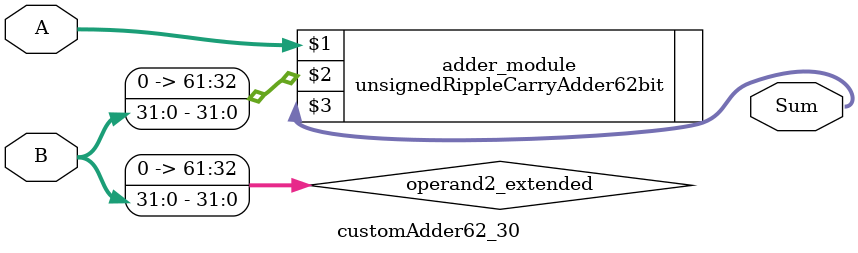
<source format=v>
module customAdder62_30(
                        input [61 : 0] A,
                        input [31 : 0] B,
                        
                        output [62 : 0] Sum
                );

        wire [61 : 0] operand2_extended;
        
        assign operand2_extended =  {30'b0, B};
        
        unsignedRippleCarryAdder62bit adder_module(
            A,
            operand2_extended,
            Sum
        );
        
        endmodule
        
</source>
